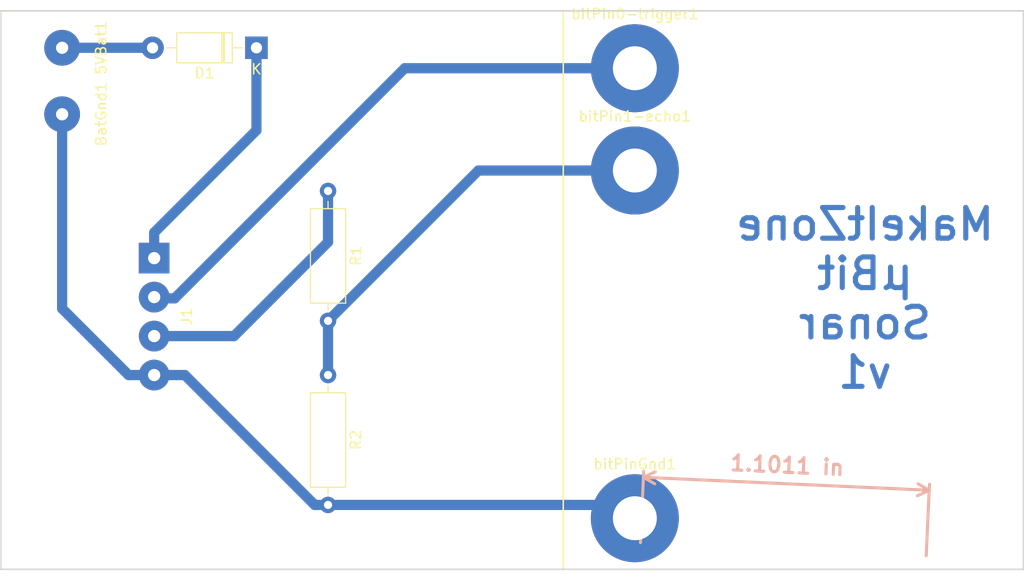
<source format=kicad_pcb>
(kicad_pcb (version 20171130) (host pcbnew "(5.0.1-3-g963ef8bb5)")

  (general
    (thickness 1.6)
    (drawings 7)
    (tracks 23)
    (zones 0)
    (modules 9)
    (nets 7)
  )

  (page A4)
  (layers
    (0 F.Cu signal)
    (31 B.Cu signal)
    (33 F.Adhes user)
    (35 F.Paste user)
    (37 F.SilkS user)
    (39 F.Mask user)
    (40 Dwgs.User user)
    (41 Cmts.User user)
    (42 Eco1.User user)
    (43 Eco2.User user)
    (44 Edge.Cuts user)
    (45 Margin user)
    (46 B.CrtYd user)
    (47 F.CrtYd user)
    (49 F.Fab user)
  )

  (setup
    (last_trace_width 1)
    (user_trace_width 0.5)
    (user_trace_width 1)
    (trace_clearance 0.2)
    (zone_clearance 0.508)
    (zone_45_only no)
    (trace_min 0.2)
    (segment_width 0.15)
    (edge_width 0.15)
    (via_size 2.5)
    (via_drill 0.5)
    (via_min_size 2.5)
    (via_min_drill 0.5)
    (uvia_size 0.3)
    (uvia_drill 0.1)
    (uvias_allowed no)
    (uvia_min_size 0.2)
    (uvia_min_drill 0.1)
    (pcb_text_width 0.3)
    (pcb_text_size 1.5 1.5)
    (mod_edge_width 0.15)
    (mod_text_size 1 1)
    (mod_text_width 0.15)
    (pad_size 8.6 8.6)
    (pad_drill 4.3)
    (pad_to_mask_clearance 0.051)
    (solder_mask_min_width 0.25)
    (aux_axis_origin 0 0)
    (visible_elements FFFFFF7F)
    (pcbplotparams
      (layerselection 0x00000_fffffffe)
      (usegerberextensions false)
      (usegerberattributes false)
      (usegerberadvancedattributes false)
      (creategerberjobfile false)
      (excludeedgelayer false)
      (linewidth 0.100000)
      (plotframeref false)
      (viasonmask false)
      (mode 1)
      (useauxorigin false)
      (hpglpennumber 1)
      (hpglpenspeed 20)
      (hpglpendiameter 15.000000)
      (psnegative false)
      (psa4output false)
      (plotreference false)
      (plotvalue false)
      (plotinvisibletext false)
      (padsonsilk false)
      (subtractmaskfromsilk false)
      (outputformat 1)
      (mirror false)
      (drillshape 0)
      (scaleselection 1)
      (outputdirectory "fabfiles/"))
  )

  (net 0 "")
  (net 1 "Net-(D1-Pad1)")
  (net 2 +5V)
  (net 3 GND)
  (net 4 "Net-(J1-Pad2)")
  (net 5 "Net-(R1-Pad2)")
  (net 6 "Net-(J1-Pad3)")

  (net_class Default "This is the default net class."
    (clearance 0.2)
    (trace_width 0.25)
    (via_dia 2.5)
    (via_drill 0.5)
    (uvia_dia 0.3)
    (uvia_drill 0.1)
    (add_net +5V)
    (add_net GND)
    (add_net "Net-(D1-Pad1)")
    (add_net "Net-(J1-Pad2)")
    (add_net "Net-(J1-Pad3)")
    (add_net "Net-(R1-Pad2)")
  )

  (module Diode_THT:D_DO-41_SOD81_P10.16mm_Horizontal (layer F.Cu) (tedit 5AE50CD5) (tstamp 5BF946B3)
    (at 45 24 180)
    (descr "Diode, DO-41_SOD81 series, Axial, Horizontal, pin pitch=10.16mm, , length*diameter=5.2*2.7mm^2, , http://www.diodes.com/_files/packages/DO-41%20(Plastic).pdf")
    (tags "Diode DO-41_SOD81 series Axial Horizontal pin pitch 10.16mm  length 5.2mm diameter 2.7mm")
    (path /5BE971BB)
    (fp_text reference D1 (at 5.08 -2.47 180) (layer F.SilkS)
      (effects (font (size 1 1) (thickness 0.15)))
    )
    (fp_text value 1N4004 (at 5.08 2.47 180) (layer F.Fab)
      (effects (font (size 1 1) (thickness 0.15)))
    )
    (fp_line (start 2.48 -1.35) (end 2.48 1.35) (layer F.Fab) (width 0.1))
    (fp_line (start 2.48 1.35) (end 7.68 1.35) (layer F.Fab) (width 0.1))
    (fp_line (start 7.68 1.35) (end 7.68 -1.35) (layer F.Fab) (width 0.1))
    (fp_line (start 7.68 -1.35) (end 2.48 -1.35) (layer F.Fab) (width 0.1))
    (fp_line (start 0 0) (end 2.48 0) (layer F.Fab) (width 0.1))
    (fp_line (start 10.16 0) (end 7.68 0) (layer F.Fab) (width 0.1))
    (fp_line (start 3.26 -1.35) (end 3.26 1.35) (layer F.Fab) (width 0.1))
    (fp_line (start 3.36 -1.35) (end 3.36 1.35) (layer F.Fab) (width 0.1))
    (fp_line (start 3.16 -1.35) (end 3.16 1.35) (layer F.Fab) (width 0.1))
    (fp_line (start 2.36 -1.47) (end 2.36 1.47) (layer F.SilkS) (width 0.12))
    (fp_line (start 2.36 1.47) (end 7.8 1.47) (layer F.SilkS) (width 0.12))
    (fp_line (start 7.8 1.47) (end 7.8 -1.47) (layer F.SilkS) (width 0.12))
    (fp_line (start 7.8 -1.47) (end 2.36 -1.47) (layer F.SilkS) (width 0.12))
    (fp_line (start 1.34 0) (end 2.36 0) (layer F.SilkS) (width 0.12))
    (fp_line (start 8.82 0) (end 7.8 0) (layer F.SilkS) (width 0.12))
    (fp_line (start 3.26 -1.47) (end 3.26 1.47) (layer F.SilkS) (width 0.12))
    (fp_line (start 3.38 -1.47) (end 3.38 1.47) (layer F.SilkS) (width 0.12))
    (fp_line (start 3.14 -1.47) (end 3.14 1.47) (layer F.SilkS) (width 0.12))
    (fp_line (start -1.35 -1.6) (end -1.35 1.6) (layer F.CrtYd) (width 0.05))
    (fp_line (start -1.35 1.6) (end 11.51 1.6) (layer F.CrtYd) (width 0.05))
    (fp_line (start 11.51 1.6) (end 11.51 -1.6) (layer F.CrtYd) (width 0.05))
    (fp_line (start 11.51 -1.6) (end -1.35 -1.6) (layer F.CrtYd) (width 0.05))
    (fp_text user %R (at 5.47 0 180) (layer F.Fab)
      (effects (font (size 1 1) (thickness 0.15)))
    )
    (fp_text user K (at 0 -2.1 180) (layer F.Fab)
      (effects (font (size 1 1) (thickness 0.15)))
    )
    (fp_text user K (at 0 -2.1 180) (layer F.SilkS)
      (effects (font (size 1 1) (thickness 0.15)))
    )
    (pad 1 thru_hole rect (at 0 0 180) (size 2.2 2.2) (drill 1.1) (layers *.Cu *.Mask)
      (net 1 "Net-(D1-Pad1)"))
    (pad 2 thru_hole oval (at 10.16 0 180) (size 2.2 2.2) (drill 1.1) (layers *.Cu *.Mask)
      (net 2 +5V))
    (model ${KISYS3DMOD}/Diode_THT.3dshapes/D_DO-41_SOD81_P10.16mm_Horizontal.wrl
      (at (xyz 0 0 0))
      (scale (xyz 1 1 1))
      (rotate (xyz 0 0 0))
    )
  )

  (module MountingHole:MountingHole_4.3mm_M4_Pad (layer F.Cu) (tedit 56D1B4CB) (tstamp 5BEA16B9)
    (at 82 70)
    (descr "Mounting Hole 4.3mm, M4")
    (tags "mounting hole 4.3mm m4")
    (path /5BE9E6DE)
    (attr virtual)
    (fp_text reference bitPinGnd1 (at 0 -5.3) (layer F.SilkS)
      (effects (font (size 1 1) (thickness 0.15)))
    )
    (fp_text value Conn_01x01 (at 0 5.3) (layer F.Fab)
      (effects (font (size 1 1) (thickness 0.15)))
    )
    (fp_circle (center 0 0) (end 4.55 0) (layer F.CrtYd) (width 0.05))
    (fp_circle (center 0 0) (end 4.3 0) (layer Cmts.User) (width 0.15))
    (fp_text user %R (at 0.3 0) (layer F.Fab)
      (effects (font (size 1 1) (thickness 0.15)))
    )
    (pad 1 thru_hole circle (at 0 0) (size 8.6 8.6) (drill 4.3) (layers *.Cu *.Mask)
      (net 3 GND))
  )

  (module Connector_Wire:SolderWirePad_1x01_Drill1.2mm (layer F.Cu) (tedit 5AEE5EA7) (tstamp 5BEA2778)
    (at 26 24 270)
    (descr "Wire solder connection")
    (tags connector)
    (path /5BE96103)
    (attr virtual)
    (fp_text reference 5VBat1 (at 0 -3.81 270) (layer F.SilkS)
      (effects (font (size 1 1) (thickness 0.15)))
    )
    (fp_text value Conn_01x01 (at 0 3.175 270) (layer F.Fab)
      (effects (font (size 1 1) (thickness 0.15)))
    )
    (fp_text user %R (at 0 0 270) (layer F.Fab)
      (effects (font (size 1 1) (thickness 0.15)))
    )
    (fp_line (start -2.25 -2.25) (end 2.25 -2.25) (layer F.CrtYd) (width 0.05))
    (fp_line (start -2.25 -2.25) (end -2.25 2.25) (layer F.CrtYd) (width 0.05))
    (fp_line (start 2.25 2.25) (end 2.25 -2.25) (layer F.CrtYd) (width 0.05))
    (fp_line (start 2.25 2.25) (end -2.25 2.25) (layer F.CrtYd) (width 0.05))
    (pad 1 thru_hole circle (at 0 0 270) (size 3.50012 3.50012) (drill 1.19888) (layers *.Cu *.Mask)
      (net 2 +5V))
  )

  (module Connector_Wire:SolderWirePad_1x01_Drill1.2mm (layer F.Cu) (tedit 5AEE5EA7) (tstamp 5BEA2782)
    (at 26 30.5 270)
    (descr "Wire solder connection")
    (tags connector)
    (path /5BE96173)
    (attr virtual)
    (fp_text reference BatGnd1 (at 0 -3.81 270) (layer F.SilkS)
      (effects (font (size 1 1) (thickness 0.15)))
    )
    (fp_text value Conn_01x01 (at 0 3.175 270) (layer F.Fab)
      (effects (font (size 1 1) (thickness 0.15)))
    )
    (fp_line (start 2.25 2.25) (end -2.25 2.25) (layer F.CrtYd) (width 0.05))
    (fp_line (start 2.25 2.25) (end 2.25 -2.25) (layer F.CrtYd) (width 0.05))
    (fp_line (start -2.25 -2.25) (end -2.25 2.25) (layer F.CrtYd) (width 0.05))
    (fp_line (start -2.25 -2.25) (end 2.25 -2.25) (layer F.CrtYd) (width 0.05))
    (fp_text user %R (at 0 0 270) (layer F.Fab)
      (effects (font (size 1 1) (thickness 0.15)))
    )
    (pad 1 thru_hole circle (at 0 0 270) (size 3.50012 3.50012) (drill 1.19888) (layers *.Cu *.Mask)
      (net 3 GND))
  )

  (module MountingHole:MountingHole_4.3mm_M4_Pad (layer F.Cu) (tedit 56D1B4CB) (tstamp 5BEA494B)
    (at 82 26)
    (descr "Mounting Hole 4.3mm, M4")
    (tags "mounting hole 4.3mm m4")
    (path /5BE9E2C1)
    (attr virtual)
    (fp_text reference bitPin0-trigger1 (at 0 -5.3) (layer F.SilkS)
      (effects (font (size 1 1) (thickness 0.15)))
    )
    (fp_text value Conn_01x01 (at 0 5.3) (layer F.Fab)
      (effects (font (size 1 1) (thickness 0.15)))
    )
    (fp_text user %R (at 0.3 0) (layer F.Fab)
      (effects (font (size 1 1) (thickness 0.15)))
    )
    (fp_circle (center 0 0) (end 4.3 0) (layer Cmts.User) (width 0.15))
    (fp_circle (center 0 0) (end 4.55 0) (layer F.CrtYd) (width 0.05))
    (pad 1 thru_hole circle (at 0 0) (size 8.6 8.6) (drill 4.3) (layers *.Cu *.Mask)
      (net 4 "Net-(J1-Pad2)"))
  )

  (module MountingHole:MountingHole_4.3mm_M4_Pad (layer F.Cu) (tedit 56D1B4CB) (tstamp 5BEA4953)
    (at 82 36)
    (descr "Mounting Hole 4.3mm, M4")
    (tags "mounting hole 4.3mm m4")
    (path /5BEA4759)
    (attr virtual)
    (fp_text reference bitPin1-echo1 (at 0 -5.3) (layer F.SilkS)
      (effects (font (size 1 1) (thickness 0.15)))
    )
    (fp_text value Conn_01x01 (at 0 5.3) (layer F.Fab)
      (effects (font (size 1 1) (thickness 0.15)))
    )
    (fp_circle (center 0 0) (end 4.55 0) (layer F.CrtYd) (width 0.05))
    (fp_circle (center 0 0) (end 4.3 0) (layer Cmts.User) (width 0.15))
    (fp_text user %R (at 0.3 0) (layer F.Fab)
      (effects (font (size 1 1) (thickness 0.15)))
    )
    (pad 1 thru_hole circle (at 0 0) (size 8.6 8.6) (drill 4.3) (layers *.Cu *.Mask)
      (net 5 "Net-(R1-Pad2)"))
  )

  (module Resistor_THT:R_Axial_DIN0309_L9.0mm_D3.2mm_P12.70mm_Horizontal (layer F.Cu) (tedit 5AE5139B) (tstamp 5BEA5661)
    (at 52 38 270)
    (descr "Resistor, Axial_DIN0309 series, Axial, Horizontal, pin pitch=12.7mm, 0.5W = 1/2W, length*diameter=9*3.2mm^2, http://cdn-reichelt.de/documents/datenblatt/B400/1_4W%23YAG.pdf")
    (tags "Resistor Axial_DIN0309 series Axial Horizontal pin pitch 12.7mm 0.5W = 1/2W length 9mm diameter 3.2mm")
    (path /5BEA924D)
    (fp_text reference R1 (at 6.35 -2.72 270) (layer F.SilkS)
      (effects (font (size 1 1) (thickness 0.15)))
    )
    (fp_text value 1k1 (at 6.35 2.72 270) (layer F.Fab)
      (effects (font (size 1 1) (thickness 0.15)))
    )
    (fp_line (start 1.85 -1.6) (end 1.85 1.6) (layer F.Fab) (width 0.1))
    (fp_line (start 1.85 1.6) (end 10.85 1.6) (layer F.Fab) (width 0.1))
    (fp_line (start 10.85 1.6) (end 10.85 -1.6) (layer F.Fab) (width 0.1))
    (fp_line (start 10.85 -1.6) (end 1.85 -1.6) (layer F.Fab) (width 0.1))
    (fp_line (start 0 0) (end 1.85 0) (layer F.Fab) (width 0.1))
    (fp_line (start 12.7 0) (end 10.85 0) (layer F.Fab) (width 0.1))
    (fp_line (start 1.73 -1.72) (end 1.73 1.72) (layer F.SilkS) (width 0.12))
    (fp_line (start 1.73 1.72) (end 10.97 1.72) (layer F.SilkS) (width 0.12))
    (fp_line (start 10.97 1.72) (end 10.97 -1.72) (layer F.SilkS) (width 0.12))
    (fp_line (start 10.97 -1.72) (end 1.73 -1.72) (layer F.SilkS) (width 0.12))
    (fp_line (start 1.04 0) (end 1.73 0) (layer F.SilkS) (width 0.12))
    (fp_line (start 11.66 0) (end 10.97 0) (layer F.SilkS) (width 0.12))
    (fp_line (start -1.05 -1.85) (end -1.05 1.85) (layer F.CrtYd) (width 0.05))
    (fp_line (start -1.05 1.85) (end 13.75 1.85) (layer F.CrtYd) (width 0.05))
    (fp_line (start 13.75 1.85) (end 13.75 -1.85) (layer F.CrtYd) (width 0.05))
    (fp_line (start 13.75 -1.85) (end -1.05 -1.85) (layer F.CrtYd) (width 0.05))
    (fp_text user %R (at 6.35 0 270) (layer F.Fab)
      (effects (font (size 1 1) (thickness 0.15)))
    )
    (pad 1 thru_hole circle (at 0 0 270) (size 1.6 1.6) (drill 0.8) (layers *.Cu *.Mask)
      (net 6 "Net-(J1-Pad3)"))
    (pad 2 thru_hole oval (at 12.7 0 270) (size 1.6 1.6) (drill 0.8) (layers *.Cu *.Mask)
      (net 5 "Net-(R1-Pad2)"))
    (model ${KISYS3DMOD}/Resistor_THT.3dshapes/R_Axial_DIN0309_L9.0mm_D3.2mm_P12.70mm_Horizontal.wrl
      (at (xyz 0 0 0))
      (scale (xyz 1 1 1))
      (rotate (xyz 0 0 0))
    )
  )

  (module Resistor_THT:R_Axial_DIN0309_L9.0mm_D3.2mm_P12.70mm_Horizontal (layer F.Cu) (tedit 5AE5139B) (tstamp 5BEA5678)
    (at 52 56 270)
    (descr "Resistor, Axial_DIN0309 series, Axial, Horizontal, pin pitch=12.7mm, 0.5W = 1/2W, length*diameter=9*3.2mm^2, http://cdn-reichelt.de/documents/datenblatt/B400/1_4W%23YAG.pdf")
    (tags "Resistor Axial_DIN0309 series Axial Horizontal pin pitch 12.7mm 0.5W = 1/2W length 9mm diameter 3.2mm")
    (path /5BEA9463)
    (fp_text reference R2 (at 6.35 -2.72 270) (layer F.SilkS)
      (effects (font (size 1 1) (thickness 0.15)))
    )
    (fp_text value 2k2 (at 6.35 2.72 270) (layer F.Fab)
      (effects (font (size 1 1) (thickness 0.15)))
    )
    (fp_text user %R (at 6.35 0 270) (layer F.Fab)
      (effects (font (size 1 1) (thickness 0.15)))
    )
    (fp_line (start 13.75 -1.85) (end -1.05 -1.85) (layer F.CrtYd) (width 0.05))
    (fp_line (start 13.75 1.85) (end 13.75 -1.85) (layer F.CrtYd) (width 0.05))
    (fp_line (start -1.05 1.85) (end 13.75 1.85) (layer F.CrtYd) (width 0.05))
    (fp_line (start -1.05 -1.85) (end -1.05 1.85) (layer F.CrtYd) (width 0.05))
    (fp_line (start 11.66 0) (end 10.97 0) (layer F.SilkS) (width 0.12))
    (fp_line (start 1.04 0) (end 1.73 0) (layer F.SilkS) (width 0.12))
    (fp_line (start 10.97 -1.72) (end 1.73 -1.72) (layer F.SilkS) (width 0.12))
    (fp_line (start 10.97 1.72) (end 10.97 -1.72) (layer F.SilkS) (width 0.12))
    (fp_line (start 1.73 1.72) (end 10.97 1.72) (layer F.SilkS) (width 0.12))
    (fp_line (start 1.73 -1.72) (end 1.73 1.72) (layer F.SilkS) (width 0.12))
    (fp_line (start 12.7 0) (end 10.85 0) (layer F.Fab) (width 0.1))
    (fp_line (start 0 0) (end 1.85 0) (layer F.Fab) (width 0.1))
    (fp_line (start 10.85 -1.6) (end 1.85 -1.6) (layer F.Fab) (width 0.1))
    (fp_line (start 10.85 1.6) (end 10.85 -1.6) (layer F.Fab) (width 0.1))
    (fp_line (start 1.85 1.6) (end 10.85 1.6) (layer F.Fab) (width 0.1))
    (fp_line (start 1.85 -1.6) (end 1.85 1.6) (layer F.Fab) (width 0.1))
    (pad 2 thru_hole oval (at 12.7 0 270) (size 1.6 1.6) (drill 0.8) (layers *.Cu *.Mask)
      (net 3 GND))
    (pad 1 thru_hole circle (at 0 0 270) (size 1.6 1.6) (drill 0.8) (layers *.Cu *.Mask)
      (net 5 "Net-(R1-Pad2)"))
    (model ${KISYS3DMOD}/Resistor_THT.3dshapes/R_Axial_DIN0309_L9.0mm_D3.2mm_P12.70mm_Horizontal.wrl
      (at (xyz 0 0 0))
      (scale (xyz 1 1 1))
      (rotate (xyz 0 0 0))
    )
  )

  (module Connector_Wire:SolderWirePad_1x04_P3.81mm_Drill1.2mm (layer F.Cu) (tedit 5AEE5FD1) (tstamp 5BEA5889)
    (at 35 44.57 270)
    (descr "Wire solder connection")
    (tags connector)
    (path /5BEA7CF0)
    (attr virtual)
    (fp_text reference J1 (at 5.715 -3.175 270) (layer F.SilkS)
      (effects (font (size 1 1) (thickness 0.15)))
    )
    (fp_text value Conn_01x04_Female (at 5.715 3.175 270) (layer F.Fab)
      (effects (font (size 1 1) (thickness 0.15)))
    )
    (fp_text user %R (at 5.715 0 270) (layer F.Fab)
      (effects (font (size 1 1) (thickness 0.15)))
    )
    (fp_line (start -1.99 -2) (end 13.43 -2) (layer F.CrtYd) (width 0.05))
    (fp_line (start -1.99 -2) (end -1.99 2) (layer F.CrtYd) (width 0.05))
    (fp_line (start 13.43 2) (end 13.43 -2) (layer F.CrtYd) (width 0.05))
    (fp_line (start 13.43 2) (end -1.99 2) (layer F.CrtYd) (width 0.05))
    (pad 1 thru_hole rect (at 0 0 270) (size 2.99974 2.99974) (drill 1.19888) (layers *.Cu *.Mask)
      (net 1 "Net-(D1-Pad1)"))
    (pad 2 thru_hole circle (at 3.81 0 270) (size 2.99974 2.99974) (drill 1.19888) (layers *.Cu *.Mask)
      (net 4 "Net-(J1-Pad2)"))
    (pad 3 thru_hole circle (at 7.62 0 270) (size 2.99974 2.99974) (drill 1.19888) (layers *.Cu *.Mask)
      (net 6 "Net-(J1-Pad3)"))
    (pad 4 thru_hole circle (at 11.43 0 270) (size 2.99974 2.99974) (drill 1.19888) (layers *.Cu *.Mask)
      (net 3 GND))
  )

  (gr_line (start 75 20.39) (end 75 75) (layer F.SilkS) (width 0.15) (tstamp 5BF95CCD))
  (gr_line (start 120 20.39) (end 120 75) (layer Edge.Cuts) (width 0.15) (tstamp 5BF95CC7))
  (gr_line (start 20 20.39) (end 120 20.39) (layer Edge.Cuts) (width 0.15) (tstamp 5BF95CBF))
  (gr_line (start 20 20.39) (end 20 75) (layer Edge.Cuts) (width 0.15) (tstamp 5BF94951))
  (gr_line (start 20 75) (end 120 75) (layer Edge.Cuts) (width 0.15) (tstamp 5BF945EB))
  (dimension 27.968849 (width 0.3) (layer B.SilkS)
    (gr_text "27.969 mm" (at 96.906016 64.532651 357.3974378) (layer B.SilkS)
      (effects (font (size 1.5 1.5) (thickness 0.3)))
    )
    (feature1 (pts (xy 110.49 73.66) (xy 110.807288 66.67967)))
    (feature2 (pts (xy 82.55 72.39) (xy 82.867288 65.40967)))
    (crossbar (pts (xy 82.84066 65.995485) (xy 110.78066 67.265485)))
    (arrow1a (pts (xy 110.78066 67.265485) (xy 109.62869 67.800149)))
    (arrow1b (pts (xy 110.78066 67.265485) (xy 109.681946 66.628517)))
    (arrow2a (pts (xy 82.84066 65.995485) (xy 83.939374 66.632453)))
    (arrow2b (pts (xy 82.84066 65.995485) (xy 83.99263 65.460821)))
  )
  (gr_text "MakeItZone\nµBit\nSonar\nv1" (at 104.5 48.5) (layer B.Cu) (tstamp 5BF94A29)
    (effects (font (size 3 3) (thickness 0.5)) (justify mirror))
  )

  (segment (start 35 44.57) (end 35 42.07013) (width 1) (layer B.Cu) (net 1))
  (segment (start 45 32.07013) (end 45 24) (width 1) (layer B.Cu) (net 1))
  (segment (start 35 42.07013) (end 45 32.07013) (width 1) (layer B.Cu) (net 1))
  (segment (start 26 24) (end 34.84 24) (width 1) (layer B.Cu) (net 2))
  (segment (start 80.7 68.7) (end 82 70) (width 1) (layer B.Cu) (net 3))
  (segment (start 52 68.7) (end 80.7 68.7) (width 1) (layer B.Cu) (net 3))
  (segment (start 32.5 56) (end 35 56) (width 1) (layer B.Cu) (net 3))
  (segment (start 26 49.5) (end 32.5 56) (width 1) (layer B.Cu) (net 3))
  (segment (start 26 30.5) (end 26 49.5) (width 1) (layer B.Cu) (net 3))
  (segment (start 50.86863 68.7) (end 52 68.7) (width 1) (layer B.Cu) (net 3))
  (segment (start 50.7 68.7) (end 50.86863 68.7) (width 1) (layer B.Cu) (net 3))
  (segment (start 38 56) (end 50.7 68.7) (width 1) (layer B.Cu) (net 3))
  (segment (start 35 56) (end 38 56) (width 1) (layer B.Cu) (net 3))
  (segment (start 35.12 48.5) (end 35 48.38) (width 1) (layer B.Cu) (net 4))
  (segment (start 37 48.5) (end 35.12 48.5) (width 1) (layer B.Cu) (net 4))
  (segment (start 59.5 26) (end 37 48.5) (width 1) (layer B.Cu) (net 4))
  (segment (start 82 26) (end 59.5 26) (width 1) (layer B.Cu) (net 4))
  (segment (start 66.7 36) (end 52 50.7) (width 1) (layer B.Cu) (net 5))
  (segment (start 82 36) (end 66.7 36) (width 1) (layer B.Cu) (net 5))
  (segment (start 52 50.7) (end 52 56) (width 1) (layer B.Cu) (net 5))
  (segment (start 52 43) (end 52 38) (width 1) (layer B.Cu) (net 6))
  (segment (start 42.81 52.19) (end 52 43) (width 1) (layer B.Cu) (net 6))
  (segment (start 35 52.19) (end 42.81 52.19) (width 1) (layer B.Cu) (net 6))

)

</source>
